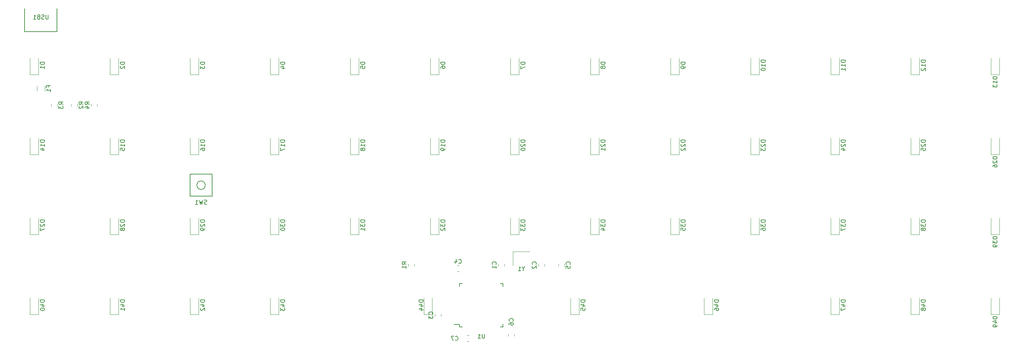
<source format=gbr>
G04 #@! TF.GenerationSoftware,KiCad,Pcbnew,(5.1.5)-3*
G04 #@! TF.CreationDate,2020-03-25T20:08:38+03:00*
G04 #@! TF.ProjectId,Bakers-dozen,42616b65-7273-42d6-946f-7a656e2e6b69,rev?*
G04 #@! TF.SameCoordinates,Original*
G04 #@! TF.FileFunction,Legend,Bot*
G04 #@! TF.FilePolarity,Positive*
%FSLAX46Y46*%
G04 Gerber Fmt 4.6, Leading zero omitted, Abs format (unit mm)*
G04 Created by KiCad (PCBNEW (5.1.5)-3) date 2020-03-25 20:08:38*
%MOMM*%
%LPD*%
G04 APERTURE LIST*
%ADD10C,0.120000*%
%ADD11C,0.150000*%
G04 APERTURE END LIST*
D10*
X160718750Y-114237500D02*
X164718750Y-114237500D01*
X160718750Y-117537500D02*
X160718750Y-114237500D01*
D11*
X44568750Y-56356250D02*
X44568750Y-61806250D01*
X52268750Y-56356250D02*
X52268750Y-61806250D01*
X44568750Y-61806250D02*
X52268750Y-61806250D01*
X148018750Y-131600000D02*
X146743750Y-131600000D01*
X158368750Y-132175000D02*
X157693750Y-132175000D01*
X158368750Y-121825000D02*
X157693750Y-121825000D01*
X148018750Y-121825000D02*
X148693750Y-121825000D01*
X148018750Y-132175000D02*
X148693750Y-132175000D01*
X148018750Y-121825000D02*
X148018750Y-122500000D01*
X158368750Y-121825000D02*
X158368750Y-122500000D01*
X158368750Y-132175000D02*
X158368750Y-131500000D01*
X148018750Y-132175000D02*
X148018750Y-131600000D01*
X89118750Y-95825000D02*
X83918750Y-95825000D01*
X83918750Y-95825000D02*
X83918750Y-101025000D01*
X83918750Y-101025000D02*
X89118750Y-101025000D01*
X89118750Y-101025000D02*
X89118750Y-95825000D01*
X87518750Y-98425000D02*
G75*
G03X87518750Y-98425000I-1000000J0D01*
G01*
D10*
X61828750Y-79116422D02*
X61828750Y-79633578D01*
X60408750Y-79116422D02*
X60408750Y-79633578D01*
X50883750Y-79633578D02*
X50883750Y-79116422D01*
X52303750Y-79633578D02*
X52303750Y-79116422D01*
X55646250Y-79633578D02*
X55646250Y-79116422D01*
X57066250Y-79633578D02*
X57066250Y-79116422D01*
X137235000Y-117216422D02*
X137235000Y-117733578D01*
X135815000Y-117216422D02*
X135815000Y-117733578D01*
X47508750Y-76008314D02*
X47508750Y-74804186D01*
X49328750Y-76008314D02*
X49328750Y-74804186D01*
X276431250Y-129250000D02*
X276431250Y-125350000D01*
X274431250Y-129250000D02*
X274431250Y-125350000D01*
X276431250Y-129250000D02*
X274431250Y-129250000D01*
X257381250Y-129250000D02*
X257381250Y-125350000D01*
X255381250Y-129250000D02*
X255381250Y-125350000D01*
X257381250Y-129250000D02*
X255381250Y-129250000D01*
X238331250Y-129250000D02*
X238331250Y-125350000D01*
X236331250Y-129250000D02*
X236331250Y-125350000D01*
X238331250Y-129250000D02*
X236331250Y-129250000D01*
X208168750Y-129250000D02*
X208168750Y-125350000D01*
X206168750Y-129250000D02*
X206168750Y-125350000D01*
X208168750Y-129250000D02*
X206168750Y-129250000D01*
X176418750Y-129250000D02*
X176418750Y-125350000D01*
X174418750Y-129250000D02*
X174418750Y-125350000D01*
X176418750Y-129250000D02*
X174418750Y-129250000D01*
X141493750Y-129250000D02*
X141493750Y-125350000D01*
X139493750Y-129250000D02*
X139493750Y-125350000D01*
X141493750Y-129250000D02*
X139493750Y-129250000D01*
X104981250Y-129250000D02*
X104981250Y-125350000D01*
X102981250Y-129250000D02*
X102981250Y-125350000D01*
X104981250Y-129250000D02*
X102981250Y-129250000D01*
X85931250Y-129250000D02*
X85931250Y-125350000D01*
X83931250Y-129250000D02*
X83931250Y-125350000D01*
X85931250Y-129250000D02*
X83931250Y-129250000D01*
X66881250Y-129250000D02*
X66881250Y-125350000D01*
X64881250Y-129250000D02*
X64881250Y-125350000D01*
X66881250Y-129250000D02*
X64881250Y-129250000D01*
X47831250Y-129250000D02*
X47831250Y-125350000D01*
X45831250Y-129250000D02*
X45831250Y-125350000D01*
X47831250Y-129250000D02*
X45831250Y-129250000D01*
X276431250Y-110200000D02*
X276431250Y-106300000D01*
X274431250Y-110200000D02*
X274431250Y-106300000D01*
X276431250Y-110200000D02*
X274431250Y-110200000D01*
X257381250Y-110200000D02*
X257381250Y-106300000D01*
X255381250Y-110200000D02*
X255381250Y-106300000D01*
X257381250Y-110200000D02*
X255381250Y-110200000D01*
X238331250Y-110200000D02*
X238331250Y-106300000D01*
X236331250Y-110200000D02*
X236331250Y-106300000D01*
X238331250Y-110200000D02*
X236331250Y-110200000D01*
X219281250Y-110200000D02*
X219281250Y-106300000D01*
X217281250Y-110200000D02*
X217281250Y-106300000D01*
X219281250Y-110200000D02*
X217281250Y-110200000D01*
X200231250Y-110200000D02*
X200231250Y-106300000D01*
X198231250Y-110200000D02*
X198231250Y-106300000D01*
X200231250Y-110200000D02*
X198231250Y-110200000D01*
X181181250Y-110200000D02*
X181181250Y-106300000D01*
X179181250Y-110200000D02*
X179181250Y-106300000D01*
X181181250Y-110200000D02*
X179181250Y-110200000D01*
X162131250Y-110200000D02*
X162131250Y-106300000D01*
X160131250Y-110200000D02*
X160131250Y-106300000D01*
X162131250Y-110200000D02*
X160131250Y-110200000D01*
X143081250Y-110200000D02*
X143081250Y-106300000D01*
X141081250Y-110200000D02*
X141081250Y-106300000D01*
X143081250Y-110200000D02*
X141081250Y-110200000D01*
X124031250Y-110200000D02*
X124031250Y-106300000D01*
X122031250Y-110200000D02*
X122031250Y-106300000D01*
X124031250Y-110200000D02*
X122031250Y-110200000D01*
X104981250Y-110200000D02*
X104981250Y-106300000D01*
X102981250Y-110200000D02*
X102981250Y-106300000D01*
X104981250Y-110200000D02*
X102981250Y-110200000D01*
X85931250Y-110200000D02*
X85931250Y-106300000D01*
X83931250Y-110200000D02*
X83931250Y-106300000D01*
X85931250Y-110200000D02*
X83931250Y-110200000D01*
X66881250Y-110200000D02*
X66881250Y-106300000D01*
X64881250Y-110200000D02*
X64881250Y-106300000D01*
X66881250Y-110200000D02*
X64881250Y-110200000D01*
X47831250Y-110200000D02*
X47831250Y-106300000D01*
X45831250Y-110200000D02*
X45831250Y-106300000D01*
X47831250Y-110200000D02*
X45831250Y-110200000D01*
X276431250Y-91150000D02*
X276431250Y-87250000D01*
X274431250Y-91150000D02*
X274431250Y-87250000D01*
X276431250Y-91150000D02*
X274431250Y-91150000D01*
X257381250Y-91150000D02*
X257381250Y-87250000D01*
X255381250Y-91150000D02*
X255381250Y-87250000D01*
X257381250Y-91150000D02*
X255381250Y-91150000D01*
X238331250Y-91150000D02*
X238331250Y-87250000D01*
X236331250Y-91150000D02*
X236331250Y-87250000D01*
X238331250Y-91150000D02*
X236331250Y-91150000D01*
X219281250Y-91150000D02*
X219281250Y-87250000D01*
X217281250Y-91150000D02*
X217281250Y-87250000D01*
X219281250Y-91150000D02*
X217281250Y-91150000D01*
X200231250Y-91150000D02*
X200231250Y-87250000D01*
X198231250Y-91150000D02*
X198231250Y-87250000D01*
X200231250Y-91150000D02*
X198231250Y-91150000D01*
X181181250Y-91150000D02*
X181181250Y-87250000D01*
X179181250Y-91150000D02*
X179181250Y-87250000D01*
X181181250Y-91150000D02*
X179181250Y-91150000D01*
X162131250Y-91150000D02*
X162131250Y-87250000D01*
X160131250Y-91150000D02*
X160131250Y-87250000D01*
X162131250Y-91150000D02*
X160131250Y-91150000D01*
X143081250Y-91150000D02*
X143081250Y-87250000D01*
X141081250Y-91150000D02*
X141081250Y-87250000D01*
X143081250Y-91150000D02*
X141081250Y-91150000D01*
X124031250Y-91150000D02*
X124031250Y-87250000D01*
X122031250Y-91150000D02*
X122031250Y-87250000D01*
X124031250Y-91150000D02*
X122031250Y-91150000D01*
X104981250Y-91150000D02*
X104981250Y-87250000D01*
X102981250Y-91150000D02*
X102981250Y-87250000D01*
X104981250Y-91150000D02*
X102981250Y-91150000D01*
X85931250Y-91150000D02*
X85931250Y-87250000D01*
X83931250Y-91150000D02*
X83931250Y-87250000D01*
X85931250Y-91150000D02*
X83931250Y-91150000D01*
X66881250Y-91150000D02*
X66881250Y-87250000D01*
X64881250Y-91150000D02*
X64881250Y-87250000D01*
X66881250Y-91150000D02*
X64881250Y-91150000D01*
X47831250Y-91150000D02*
X47831250Y-87250000D01*
X45831250Y-91150000D02*
X45831250Y-87250000D01*
X47831250Y-91150000D02*
X45831250Y-91150000D01*
X276431250Y-72100000D02*
X276431250Y-68200000D01*
X274431250Y-72100000D02*
X274431250Y-68200000D01*
X276431250Y-72100000D02*
X274431250Y-72100000D01*
X257381250Y-72100000D02*
X257381250Y-68200000D01*
X255381250Y-72100000D02*
X255381250Y-68200000D01*
X257381250Y-72100000D02*
X255381250Y-72100000D01*
X238331250Y-72100000D02*
X238331250Y-68200000D01*
X236331250Y-72100000D02*
X236331250Y-68200000D01*
X238331250Y-72100000D02*
X236331250Y-72100000D01*
X219281250Y-72100000D02*
X219281250Y-68200000D01*
X217281250Y-72100000D02*
X217281250Y-68200000D01*
X219281250Y-72100000D02*
X217281250Y-72100000D01*
X200231250Y-72100000D02*
X200231250Y-68200000D01*
X198231250Y-72100000D02*
X198231250Y-68200000D01*
X200231250Y-72100000D02*
X198231250Y-72100000D01*
X181181250Y-72100000D02*
X181181250Y-68200000D01*
X179181250Y-72100000D02*
X179181250Y-68200000D01*
X181181250Y-72100000D02*
X179181250Y-72100000D01*
X162131250Y-72100000D02*
X162131250Y-68200000D01*
X160131250Y-72100000D02*
X160131250Y-68200000D01*
X162131250Y-72100000D02*
X160131250Y-72100000D01*
X143081250Y-72100000D02*
X143081250Y-68200000D01*
X141081250Y-72100000D02*
X141081250Y-68200000D01*
X143081250Y-72100000D02*
X141081250Y-72100000D01*
X124031250Y-72100000D02*
X124031250Y-68200000D01*
X122031250Y-72100000D02*
X122031250Y-68200000D01*
X124031250Y-72100000D02*
X122031250Y-72100000D01*
X104981250Y-72100000D02*
X104981250Y-68200000D01*
X102981250Y-72100000D02*
X102981250Y-68200000D01*
X104981250Y-72100000D02*
X102981250Y-72100000D01*
X85931250Y-72100000D02*
X85931250Y-68200000D01*
X83931250Y-72100000D02*
X83931250Y-68200000D01*
X85931250Y-72100000D02*
X83931250Y-72100000D01*
X66881250Y-72100000D02*
X66881250Y-68200000D01*
X64881250Y-72100000D02*
X64881250Y-68200000D01*
X66881250Y-72100000D02*
X64881250Y-72100000D01*
X47831250Y-72100000D02*
X47831250Y-68200000D01*
X45831250Y-72100000D02*
X45831250Y-68200000D01*
X47831250Y-72100000D02*
X45831250Y-72100000D01*
X149757498Y-134227500D02*
X150280002Y-134227500D01*
X149757498Y-135647500D02*
X150280002Y-135647500D01*
X161047500Y-133882498D02*
X161047500Y-134405002D01*
X159627500Y-133882498D02*
X159627500Y-134405002D01*
X171533750Y-117736252D02*
X171533750Y-117213748D01*
X172953750Y-117736252D02*
X172953750Y-117213748D01*
X147898752Y-118978750D02*
X147376248Y-118978750D01*
X147898752Y-117558750D02*
X147376248Y-117558750D01*
X143585000Y-129119998D02*
X143585000Y-129642502D01*
X142165000Y-129119998D02*
X142165000Y-129642502D01*
X168191250Y-117213748D02*
X168191250Y-117736252D01*
X166771250Y-117213748D02*
X166771250Y-117736252D01*
X158666250Y-117213748D02*
X158666250Y-117736252D01*
X157246250Y-117213748D02*
X157246250Y-117736252D01*
D11*
X163194940Y-118313690D02*
X163194940Y-118789880D01*
X163528273Y-117789880D02*
X163194940Y-118313690D01*
X162861607Y-117789880D01*
X162004464Y-118789880D02*
X162575892Y-118789880D01*
X162290178Y-118789880D02*
X162290178Y-117789880D01*
X162385416Y-117932738D01*
X162480654Y-118027976D01*
X162575892Y-118075595D01*
X50156845Y-57840630D02*
X50156845Y-58650154D01*
X50109226Y-58745392D01*
X50061607Y-58793011D01*
X49966369Y-58840630D01*
X49775892Y-58840630D01*
X49680654Y-58793011D01*
X49633035Y-58745392D01*
X49585416Y-58650154D01*
X49585416Y-57840630D01*
X49156845Y-58793011D02*
X49013988Y-58840630D01*
X48775892Y-58840630D01*
X48680654Y-58793011D01*
X48633035Y-58745392D01*
X48585416Y-58650154D01*
X48585416Y-58554916D01*
X48633035Y-58459678D01*
X48680654Y-58412059D01*
X48775892Y-58364440D01*
X48966369Y-58316821D01*
X49061607Y-58269202D01*
X49109226Y-58221583D01*
X49156845Y-58126345D01*
X49156845Y-58031107D01*
X49109226Y-57935869D01*
X49061607Y-57888250D01*
X48966369Y-57840630D01*
X48728273Y-57840630D01*
X48585416Y-57888250D01*
X47823511Y-58316821D02*
X47680654Y-58364440D01*
X47633035Y-58412059D01*
X47585416Y-58507297D01*
X47585416Y-58650154D01*
X47633035Y-58745392D01*
X47680654Y-58793011D01*
X47775892Y-58840630D01*
X48156845Y-58840630D01*
X48156845Y-57840630D01*
X47823511Y-57840630D01*
X47728273Y-57888250D01*
X47680654Y-57935869D01*
X47633035Y-58031107D01*
X47633035Y-58126345D01*
X47680654Y-58221583D01*
X47728273Y-58269202D01*
X47823511Y-58316821D01*
X48156845Y-58316821D01*
X46633035Y-58840630D02*
X47204464Y-58840630D01*
X46918750Y-58840630D02*
X46918750Y-57840630D01*
X47013988Y-57983488D01*
X47109226Y-58078726D01*
X47204464Y-58126345D01*
X153955654Y-133902380D02*
X153955654Y-134711904D01*
X153908035Y-134807142D01*
X153860416Y-134854761D01*
X153765178Y-134902380D01*
X153574702Y-134902380D01*
X153479464Y-134854761D01*
X153431845Y-134807142D01*
X153384226Y-134711904D01*
X153384226Y-133902380D01*
X152384226Y-134902380D02*
X152955654Y-134902380D01*
X152669940Y-134902380D02*
X152669940Y-133902380D01*
X152765178Y-134045238D01*
X152860416Y-134140476D01*
X152955654Y-134188095D01*
X87852083Y-102893761D02*
X87709226Y-102941380D01*
X87471130Y-102941380D01*
X87375892Y-102893761D01*
X87328273Y-102846142D01*
X87280654Y-102750904D01*
X87280654Y-102655666D01*
X87328273Y-102560428D01*
X87375892Y-102512809D01*
X87471130Y-102465190D01*
X87661607Y-102417571D01*
X87756845Y-102369952D01*
X87804464Y-102322333D01*
X87852083Y-102227095D01*
X87852083Y-102131857D01*
X87804464Y-102036619D01*
X87756845Y-101989000D01*
X87661607Y-101941380D01*
X87423511Y-101941380D01*
X87280654Y-101989000D01*
X86947321Y-101941380D02*
X86709226Y-102941380D01*
X86518750Y-102227095D01*
X86328273Y-102941380D01*
X86090178Y-101941380D01*
X85185416Y-102941380D02*
X85756845Y-102941380D01*
X85471130Y-102941380D02*
X85471130Y-101941380D01*
X85566369Y-102084238D01*
X85661607Y-102179476D01*
X85756845Y-102227095D01*
X59921130Y-79208333D02*
X59444940Y-78875000D01*
X59921130Y-78636904D02*
X58921130Y-78636904D01*
X58921130Y-79017857D01*
X58968750Y-79113095D01*
X59016369Y-79160714D01*
X59111607Y-79208333D01*
X59254464Y-79208333D01*
X59349702Y-79160714D01*
X59397321Y-79113095D01*
X59444940Y-79017857D01*
X59444940Y-78636904D01*
X59254464Y-80065476D02*
X59921130Y-80065476D01*
X58873511Y-79827380D02*
X59587797Y-79589285D01*
X59587797Y-80208333D01*
X53696130Y-79208333D02*
X53219940Y-78875000D01*
X53696130Y-78636904D02*
X52696130Y-78636904D01*
X52696130Y-79017857D01*
X52743750Y-79113095D01*
X52791369Y-79160714D01*
X52886607Y-79208333D01*
X53029464Y-79208333D01*
X53124702Y-79160714D01*
X53172321Y-79113095D01*
X53219940Y-79017857D01*
X53219940Y-78636904D01*
X52696130Y-79541666D02*
X52696130Y-80160714D01*
X53077083Y-79827380D01*
X53077083Y-79970238D01*
X53124702Y-80065476D01*
X53172321Y-80113095D01*
X53267559Y-80160714D01*
X53505654Y-80160714D01*
X53600892Y-80113095D01*
X53648511Y-80065476D01*
X53696130Y-79970238D01*
X53696130Y-79684523D01*
X53648511Y-79589285D01*
X53600892Y-79541666D01*
X58458630Y-79208333D02*
X57982440Y-78875000D01*
X58458630Y-78636904D02*
X57458630Y-78636904D01*
X57458630Y-79017857D01*
X57506250Y-79113095D01*
X57553869Y-79160714D01*
X57649107Y-79208333D01*
X57791964Y-79208333D01*
X57887202Y-79160714D01*
X57934821Y-79113095D01*
X57982440Y-79017857D01*
X57982440Y-78636904D01*
X57553869Y-79589285D02*
X57506250Y-79636904D01*
X57458630Y-79732142D01*
X57458630Y-79970238D01*
X57506250Y-80065476D01*
X57553869Y-80113095D01*
X57649107Y-80160714D01*
X57744345Y-80160714D01*
X57887202Y-80113095D01*
X58458630Y-79541666D01*
X58458630Y-80160714D01*
X135327380Y-117308333D02*
X134851190Y-116975000D01*
X135327380Y-116736904D02*
X134327380Y-116736904D01*
X134327380Y-117117857D01*
X134375000Y-117213095D01*
X134422619Y-117260714D01*
X134517857Y-117308333D01*
X134660714Y-117308333D01*
X134755952Y-117260714D01*
X134803571Y-117213095D01*
X134851190Y-117117857D01*
X134851190Y-116736904D01*
X135327380Y-118260714D02*
X135327380Y-117689285D01*
X135327380Y-117975000D02*
X134327380Y-117975000D01*
X134470238Y-117879761D01*
X134565476Y-117784523D01*
X134613095Y-117689285D01*
X50167321Y-75072916D02*
X50167321Y-74739583D01*
X50691130Y-74739583D02*
X49691130Y-74739583D01*
X49691130Y-75215773D01*
X50691130Y-76120535D02*
X50691130Y-75549107D01*
X50691130Y-75834821D02*
X49691130Y-75834821D01*
X49833988Y-75739583D01*
X49929226Y-75644345D01*
X49976845Y-75549107D01*
X275883630Y-129754464D02*
X274883630Y-129754464D01*
X274883630Y-129992559D01*
X274931250Y-130135416D01*
X275026488Y-130230654D01*
X275121726Y-130278273D01*
X275312202Y-130325892D01*
X275455059Y-130325892D01*
X275645535Y-130278273D01*
X275740773Y-130230654D01*
X275836011Y-130135416D01*
X275883630Y-129992559D01*
X275883630Y-129754464D01*
X275216964Y-131183035D02*
X275883630Y-131183035D01*
X274836011Y-130944940D02*
X275550297Y-130706845D01*
X275550297Y-131325892D01*
X275883630Y-131754464D02*
X275883630Y-131944940D01*
X275836011Y-132040178D01*
X275788392Y-132087797D01*
X275645535Y-132183035D01*
X275455059Y-132230654D01*
X275074107Y-132230654D01*
X274978869Y-132183035D01*
X274931250Y-132135416D01*
X274883630Y-132040178D01*
X274883630Y-131849702D01*
X274931250Y-131754464D01*
X274978869Y-131706845D01*
X275074107Y-131659226D01*
X275312202Y-131659226D01*
X275407440Y-131706845D01*
X275455059Y-131754464D01*
X275502678Y-131849702D01*
X275502678Y-132040178D01*
X275455059Y-132135416D01*
X275407440Y-132183035D01*
X275312202Y-132230654D01*
X258833630Y-125785714D02*
X257833630Y-125785714D01*
X257833630Y-126023809D01*
X257881250Y-126166666D01*
X257976488Y-126261904D01*
X258071726Y-126309523D01*
X258262202Y-126357142D01*
X258405059Y-126357142D01*
X258595535Y-126309523D01*
X258690773Y-126261904D01*
X258786011Y-126166666D01*
X258833630Y-126023809D01*
X258833630Y-125785714D01*
X258166964Y-127214285D02*
X258833630Y-127214285D01*
X257786011Y-126976190D02*
X258500297Y-126738095D01*
X258500297Y-127357142D01*
X258262202Y-127880952D02*
X258214583Y-127785714D01*
X258166964Y-127738095D01*
X258071726Y-127690476D01*
X258024107Y-127690476D01*
X257928869Y-127738095D01*
X257881250Y-127785714D01*
X257833630Y-127880952D01*
X257833630Y-128071428D01*
X257881250Y-128166666D01*
X257928869Y-128214285D01*
X258024107Y-128261904D01*
X258071726Y-128261904D01*
X258166964Y-128214285D01*
X258214583Y-128166666D01*
X258262202Y-128071428D01*
X258262202Y-127880952D01*
X258309821Y-127785714D01*
X258357440Y-127738095D01*
X258452678Y-127690476D01*
X258643154Y-127690476D01*
X258738392Y-127738095D01*
X258786011Y-127785714D01*
X258833630Y-127880952D01*
X258833630Y-128071428D01*
X258786011Y-128166666D01*
X258738392Y-128214285D01*
X258643154Y-128261904D01*
X258452678Y-128261904D01*
X258357440Y-128214285D01*
X258309821Y-128166666D01*
X258262202Y-128071428D01*
X239783630Y-125785714D02*
X238783630Y-125785714D01*
X238783630Y-126023809D01*
X238831250Y-126166666D01*
X238926488Y-126261904D01*
X239021726Y-126309523D01*
X239212202Y-126357142D01*
X239355059Y-126357142D01*
X239545535Y-126309523D01*
X239640773Y-126261904D01*
X239736011Y-126166666D01*
X239783630Y-126023809D01*
X239783630Y-125785714D01*
X239116964Y-127214285D02*
X239783630Y-127214285D01*
X238736011Y-126976190D02*
X239450297Y-126738095D01*
X239450297Y-127357142D01*
X238783630Y-127642857D02*
X238783630Y-128309523D01*
X239783630Y-127880952D01*
X209621130Y-125785714D02*
X208621130Y-125785714D01*
X208621130Y-126023809D01*
X208668750Y-126166666D01*
X208763988Y-126261904D01*
X208859226Y-126309523D01*
X209049702Y-126357142D01*
X209192559Y-126357142D01*
X209383035Y-126309523D01*
X209478273Y-126261904D01*
X209573511Y-126166666D01*
X209621130Y-126023809D01*
X209621130Y-125785714D01*
X208954464Y-127214285D02*
X209621130Y-127214285D01*
X208573511Y-126976190D02*
X209287797Y-126738095D01*
X209287797Y-127357142D01*
X208621130Y-128166666D02*
X208621130Y-127976190D01*
X208668750Y-127880952D01*
X208716369Y-127833333D01*
X208859226Y-127738095D01*
X209049702Y-127690476D01*
X209430654Y-127690476D01*
X209525892Y-127738095D01*
X209573511Y-127785714D01*
X209621130Y-127880952D01*
X209621130Y-128071428D01*
X209573511Y-128166666D01*
X209525892Y-128214285D01*
X209430654Y-128261904D01*
X209192559Y-128261904D01*
X209097321Y-128214285D01*
X209049702Y-128166666D01*
X209002083Y-128071428D01*
X209002083Y-127880952D01*
X209049702Y-127785714D01*
X209097321Y-127738095D01*
X209192559Y-127690476D01*
X177871130Y-125785714D02*
X176871130Y-125785714D01*
X176871130Y-126023809D01*
X176918750Y-126166666D01*
X177013988Y-126261904D01*
X177109226Y-126309523D01*
X177299702Y-126357142D01*
X177442559Y-126357142D01*
X177633035Y-126309523D01*
X177728273Y-126261904D01*
X177823511Y-126166666D01*
X177871130Y-126023809D01*
X177871130Y-125785714D01*
X177204464Y-127214285D02*
X177871130Y-127214285D01*
X176823511Y-126976190D02*
X177537797Y-126738095D01*
X177537797Y-127357142D01*
X176871130Y-128214285D02*
X176871130Y-127738095D01*
X177347321Y-127690476D01*
X177299702Y-127738095D01*
X177252083Y-127833333D01*
X177252083Y-128071428D01*
X177299702Y-128166666D01*
X177347321Y-128214285D01*
X177442559Y-128261904D01*
X177680654Y-128261904D01*
X177775892Y-128214285D01*
X177823511Y-128166666D01*
X177871130Y-128071428D01*
X177871130Y-127833333D01*
X177823511Y-127738095D01*
X177775892Y-127690476D01*
X139358630Y-125785714D02*
X138358630Y-125785714D01*
X138358630Y-126023809D01*
X138406250Y-126166666D01*
X138501488Y-126261904D01*
X138596726Y-126309523D01*
X138787202Y-126357142D01*
X138930059Y-126357142D01*
X139120535Y-126309523D01*
X139215773Y-126261904D01*
X139311011Y-126166666D01*
X139358630Y-126023809D01*
X139358630Y-125785714D01*
X138691964Y-127214285D02*
X139358630Y-127214285D01*
X138311011Y-126976190D02*
X139025297Y-126738095D01*
X139025297Y-127357142D01*
X138691964Y-128166666D02*
X139358630Y-128166666D01*
X138311011Y-127928571D02*
X139025297Y-127690476D01*
X139025297Y-128309523D01*
X106433630Y-125785714D02*
X105433630Y-125785714D01*
X105433630Y-126023809D01*
X105481250Y-126166666D01*
X105576488Y-126261904D01*
X105671726Y-126309523D01*
X105862202Y-126357142D01*
X106005059Y-126357142D01*
X106195535Y-126309523D01*
X106290773Y-126261904D01*
X106386011Y-126166666D01*
X106433630Y-126023809D01*
X106433630Y-125785714D01*
X105766964Y-127214285D02*
X106433630Y-127214285D01*
X105386011Y-126976190D02*
X106100297Y-126738095D01*
X106100297Y-127357142D01*
X105433630Y-127642857D02*
X105433630Y-128261904D01*
X105814583Y-127928571D01*
X105814583Y-128071428D01*
X105862202Y-128166666D01*
X105909821Y-128214285D01*
X106005059Y-128261904D01*
X106243154Y-128261904D01*
X106338392Y-128214285D01*
X106386011Y-128166666D01*
X106433630Y-128071428D01*
X106433630Y-127785714D01*
X106386011Y-127690476D01*
X106338392Y-127642857D01*
X87383630Y-125785714D02*
X86383630Y-125785714D01*
X86383630Y-126023809D01*
X86431250Y-126166666D01*
X86526488Y-126261904D01*
X86621726Y-126309523D01*
X86812202Y-126357142D01*
X86955059Y-126357142D01*
X87145535Y-126309523D01*
X87240773Y-126261904D01*
X87336011Y-126166666D01*
X87383630Y-126023809D01*
X87383630Y-125785714D01*
X86716964Y-127214285D02*
X87383630Y-127214285D01*
X86336011Y-126976190D02*
X87050297Y-126738095D01*
X87050297Y-127357142D01*
X86478869Y-127690476D02*
X86431250Y-127738095D01*
X86383630Y-127833333D01*
X86383630Y-128071428D01*
X86431250Y-128166666D01*
X86478869Y-128214285D01*
X86574107Y-128261904D01*
X86669345Y-128261904D01*
X86812202Y-128214285D01*
X87383630Y-127642857D01*
X87383630Y-128261904D01*
X68333630Y-125785714D02*
X67333630Y-125785714D01*
X67333630Y-126023809D01*
X67381250Y-126166666D01*
X67476488Y-126261904D01*
X67571726Y-126309523D01*
X67762202Y-126357142D01*
X67905059Y-126357142D01*
X68095535Y-126309523D01*
X68190773Y-126261904D01*
X68286011Y-126166666D01*
X68333630Y-126023809D01*
X68333630Y-125785714D01*
X67666964Y-127214285D02*
X68333630Y-127214285D01*
X67286011Y-126976190D02*
X68000297Y-126738095D01*
X68000297Y-127357142D01*
X68333630Y-128261904D02*
X68333630Y-127690476D01*
X68333630Y-127976190D02*
X67333630Y-127976190D01*
X67476488Y-127880952D01*
X67571726Y-127785714D01*
X67619345Y-127690476D01*
X49283630Y-125785714D02*
X48283630Y-125785714D01*
X48283630Y-126023809D01*
X48331250Y-126166666D01*
X48426488Y-126261904D01*
X48521726Y-126309523D01*
X48712202Y-126357142D01*
X48855059Y-126357142D01*
X49045535Y-126309523D01*
X49140773Y-126261904D01*
X49236011Y-126166666D01*
X49283630Y-126023809D01*
X49283630Y-125785714D01*
X48616964Y-127214285D02*
X49283630Y-127214285D01*
X48236011Y-126976190D02*
X48950297Y-126738095D01*
X48950297Y-127357142D01*
X48283630Y-127928571D02*
X48283630Y-128023809D01*
X48331250Y-128119047D01*
X48378869Y-128166666D01*
X48474107Y-128214285D01*
X48664583Y-128261904D01*
X48902678Y-128261904D01*
X49093154Y-128214285D01*
X49188392Y-128166666D01*
X49236011Y-128119047D01*
X49283630Y-128023809D01*
X49283630Y-127928571D01*
X49236011Y-127833333D01*
X49188392Y-127785714D01*
X49093154Y-127738095D01*
X48902678Y-127690476D01*
X48664583Y-127690476D01*
X48474107Y-127738095D01*
X48378869Y-127785714D01*
X48331250Y-127833333D01*
X48283630Y-127928571D01*
X275883630Y-110704464D02*
X274883630Y-110704464D01*
X274883630Y-110942559D01*
X274931250Y-111085416D01*
X275026488Y-111180654D01*
X275121726Y-111228273D01*
X275312202Y-111275892D01*
X275455059Y-111275892D01*
X275645535Y-111228273D01*
X275740773Y-111180654D01*
X275836011Y-111085416D01*
X275883630Y-110942559D01*
X275883630Y-110704464D01*
X274883630Y-111609226D02*
X274883630Y-112228273D01*
X275264583Y-111894940D01*
X275264583Y-112037797D01*
X275312202Y-112133035D01*
X275359821Y-112180654D01*
X275455059Y-112228273D01*
X275693154Y-112228273D01*
X275788392Y-112180654D01*
X275836011Y-112133035D01*
X275883630Y-112037797D01*
X275883630Y-111752083D01*
X275836011Y-111656845D01*
X275788392Y-111609226D01*
X275883630Y-112704464D02*
X275883630Y-112894940D01*
X275836011Y-112990178D01*
X275788392Y-113037797D01*
X275645535Y-113133035D01*
X275455059Y-113180654D01*
X275074107Y-113180654D01*
X274978869Y-113133035D01*
X274931250Y-113085416D01*
X274883630Y-112990178D01*
X274883630Y-112799702D01*
X274931250Y-112704464D01*
X274978869Y-112656845D01*
X275074107Y-112609226D01*
X275312202Y-112609226D01*
X275407440Y-112656845D01*
X275455059Y-112704464D01*
X275502678Y-112799702D01*
X275502678Y-112990178D01*
X275455059Y-113085416D01*
X275407440Y-113133035D01*
X275312202Y-113180654D01*
X258833630Y-106735714D02*
X257833630Y-106735714D01*
X257833630Y-106973809D01*
X257881250Y-107116666D01*
X257976488Y-107211904D01*
X258071726Y-107259523D01*
X258262202Y-107307142D01*
X258405059Y-107307142D01*
X258595535Y-107259523D01*
X258690773Y-107211904D01*
X258786011Y-107116666D01*
X258833630Y-106973809D01*
X258833630Y-106735714D01*
X257833630Y-107640476D02*
X257833630Y-108259523D01*
X258214583Y-107926190D01*
X258214583Y-108069047D01*
X258262202Y-108164285D01*
X258309821Y-108211904D01*
X258405059Y-108259523D01*
X258643154Y-108259523D01*
X258738392Y-108211904D01*
X258786011Y-108164285D01*
X258833630Y-108069047D01*
X258833630Y-107783333D01*
X258786011Y-107688095D01*
X258738392Y-107640476D01*
X258262202Y-108830952D02*
X258214583Y-108735714D01*
X258166964Y-108688095D01*
X258071726Y-108640476D01*
X258024107Y-108640476D01*
X257928869Y-108688095D01*
X257881250Y-108735714D01*
X257833630Y-108830952D01*
X257833630Y-109021428D01*
X257881250Y-109116666D01*
X257928869Y-109164285D01*
X258024107Y-109211904D01*
X258071726Y-109211904D01*
X258166964Y-109164285D01*
X258214583Y-109116666D01*
X258262202Y-109021428D01*
X258262202Y-108830952D01*
X258309821Y-108735714D01*
X258357440Y-108688095D01*
X258452678Y-108640476D01*
X258643154Y-108640476D01*
X258738392Y-108688095D01*
X258786011Y-108735714D01*
X258833630Y-108830952D01*
X258833630Y-109021428D01*
X258786011Y-109116666D01*
X258738392Y-109164285D01*
X258643154Y-109211904D01*
X258452678Y-109211904D01*
X258357440Y-109164285D01*
X258309821Y-109116666D01*
X258262202Y-109021428D01*
X239783630Y-106735714D02*
X238783630Y-106735714D01*
X238783630Y-106973809D01*
X238831250Y-107116666D01*
X238926488Y-107211904D01*
X239021726Y-107259523D01*
X239212202Y-107307142D01*
X239355059Y-107307142D01*
X239545535Y-107259523D01*
X239640773Y-107211904D01*
X239736011Y-107116666D01*
X239783630Y-106973809D01*
X239783630Y-106735714D01*
X238783630Y-107640476D02*
X238783630Y-108259523D01*
X239164583Y-107926190D01*
X239164583Y-108069047D01*
X239212202Y-108164285D01*
X239259821Y-108211904D01*
X239355059Y-108259523D01*
X239593154Y-108259523D01*
X239688392Y-108211904D01*
X239736011Y-108164285D01*
X239783630Y-108069047D01*
X239783630Y-107783333D01*
X239736011Y-107688095D01*
X239688392Y-107640476D01*
X238783630Y-108592857D02*
X238783630Y-109259523D01*
X239783630Y-108830952D01*
X220733630Y-106735714D02*
X219733630Y-106735714D01*
X219733630Y-106973809D01*
X219781250Y-107116666D01*
X219876488Y-107211904D01*
X219971726Y-107259523D01*
X220162202Y-107307142D01*
X220305059Y-107307142D01*
X220495535Y-107259523D01*
X220590773Y-107211904D01*
X220686011Y-107116666D01*
X220733630Y-106973809D01*
X220733630Y-106735714D01*
X219733630Y-107640476D02*
X219733630Y-108259523D01*
X220114583Y-107926190D01*
X220114583Y-108069047D01*
X220162202Y-108164285D01*
X220209821Y-108211904D01*
X220305059Y-108259523D01*
X220543154Y-108259523D01*
X220638392Y-108211904D01*
X220686011Y-108164285D01*
X220733630Y-108069047D01*
X220733630Y-107783333D01*
X220686011Y-107688095D01*
X220638392Y-107640476D01*
X219733630Y-109116666D02*
X219733630Y-108926190D01*
X219781250Y-108830952D01*
X219828869Y-108783333D01*
X219971726Y-108688095D01*
X220162202Y-108640476D01*
X220543154Y-108640476D01*
X220638392Y-108688095D01*
X220686011Y-108735714D01*
X220733630Y-108830952D01*
X220733630Y-109021428D01*
X220686011Y-109116666D01*
X220638392Y-109164285D01*
X220543154Y-109211904D01*
X220305059Y-109211904D01*
X220209821Y-109164285D01*
X220162202Y-109116666D01*
X220114583Y-109021428D01*
X220114583Y-108830952D01*
X220162202Y-108735714D01*
X220209821Y-108688095D01*
X220305059Y-108640476D01*
X201683630Y-106735714D02*
X200683630Y-106735714D01*
X200683630Y-106973809D01*
X200731250Y-107116666D01*
X200826488Y-107211904D01*
X200921726Y-107259523D01*
X201112202Y-107307142D01*
X201255059Y-107307142D01*
X201445535Y-107259523D01*
X201540773Y-107211904D01*
X201636011Y-107116666D01*
X201683630Y-106973809D01*
X201683630Y-106735714D01*
X200683630Y-107640476D02*
X200683630Y-108259523D01*
X201064583Y-107926190D01*
X201064583Y-108069047D01*
X201112202Y-108164285D01*
X201159821Y-108211904D01*
X201255059Y-108259523D01*
X201493154Y-108259523D01*
X201588392Y-108211904D01*
X201636011Y-108164285D01*
X201683630Y-108069047D01*
X201683630Y-107783333D01*
X201636011Y-107688095D01*
X201588392Y-107640476D01*
X200683630Y-109164285D02*
X200683630Y-108688095D01*
X201159821Y-108640476D01*
X201112202Y-108688095D01*
X201064583Y-108783333D01*
X201064583Y-109021428D01*
X201112202Y-109116666D01*
X201159821Y-109164285D01*
X201255059Y-109211904D01*
X201493154Y-109211904D01*
X201588392Y-109164285D01*
X201636011Y-109116666D01*
X201683630Y-109021428D01*
X201683630Y-108783333D01*
X201636011Y-108688095D01*
X201588392Y-108640476D01*
X182633630Y-106735714D02*
X181633630Y-106735714D01*
X181633630Y-106973809D01*
X181681250Y-107116666D01*
X181776488Y-107211904D01*
X181871726Y-107259523D01*
X182062202Y-107307142D01*
X182205059Y-107307142D01*
X182395535Y-107259523D01*
X182490773Y-107211904D01*
X182586011Y-107116666D01*
X182633630Y-106973809D01*
X182633630Y-106735714D01*
X181633630Y-107640476D02*
X181633630Y-108259523D01*
X182014583Y-107926190D01*
X182014583Y-108069047D01*
X182062202Y-108164285D01*
X182109821Y-108211904D01*
X182205059Y-108259523D01*
X182443154Y-108259523D01*
X182538392Y-108211904D01*
X182586011Y-108164285D01*
X182633630Y-108069047D01*
X182633630Y-107783333D01*
X182586011Y-107688095D01*
X182538392Y-107640476D01*
X181966964Y-109116666D02*
X182633630Y-109116666D01*
X181586011Y-108878571D02*
X182300297Y-108640476D01*
X182300297Y-109259523D01*
X163583630Y-106735714D02*
X162583630Y-106735714D01*
X162583630Y-106973809D01*
X162631250Y-107116666D01*
X162726488Y-107211904D01*
X162821726Y-107259523D01*
X163012202Y-107307142D01*
X163155059Y-107307142D01*
X163345535Y-107259523D01*
X163440773Y-107211904D01*
X163536011Y-107116666D01*
X163583630Y-106973809D01*
X163583630Y-106735714D01*
X162583630Y-107640476D02*
X162583630Y-108259523D01*
X162964583Y-107926190D01*
X162964583Y-108069047D01*
X163012202Y-108164285D01*
X163059821Y-108211904D01*
X163155059Y-108259523D01*
X163393154Y-108259523D01*
X163488392Y-108211904D01*
X163536011Y-108164285D01*
X163583630Y-108069047D01*
X163583630Y-107783333D01*
X163536011Y-107688095D01*
X163488392Y-107640476D01*
X162583630Y-108592857D02*
X162583630Y-109211904D01*
X162964583Y-108878571D01*
X162964583Y-109021428D01*
X163012202Y-109116666D01*
X163059821Y-109164285D01*
X163155059Y-109211904D01*
X163393154Y-109211904D01*
X163488392Y-109164285D01*
X163536011Y-109116666D01*
X163583630Y-109021428D01*
X163583630Y-108735714D01*
X163536011Y-108640476D01*
X163488392Y-108592857D01*
X144533630Y-106735714D02*
X143533630Y-106735714D01*
X143533630Y-106973809D01*
X143581250Y-107116666D01*
X143676488Y-107211904D01*
X143771726Y-107259523D01*
X143962202Y-107307142D01*
X144105059Y-107307142D01*
X144295535Y-107259523D01*
X144390773Y-107211904D01*
X144486011Y-107116666D01*
X144533630Y-106973809D01*
X144533630Y-106735714D01*
X143533630Y-107640476D02*
X143533630Y-108259523D01*
X143914583Y-107926190D01*
X143914583Y-108069047D01*
X143962202Y-108164285D01*
X144009821Y-108211904D01*
X144105059Y-108259523D01*
X144343154Y-108259523D01*
X144438392Y-108211904D01*
X144486011Y-108164285D01*
X144533630Y-108069047D01*
X144533630Y-107783333D01*
X144486011Y-107688095D01*
X144438392Y-107640476D01*
X143628869Y-108640476D02*
X143581250Y-108688095D01*
X143533630Y-108783333D01*
X143533630Y-109021428D01*
X143581250Y-109116666D01*
X143628869Y-109164285D01*
X143724107Y-109211904D01*
X143819345Y-109211904D01*
X143962202Y-109164285D01*
X144533630Y-108592857D01*
X144533630Y-109211904D01*
X125483630Y-106735714D02*
X124483630Y-106735714D01*
X124483630Y-106973809D01*
X124531250Y-107116666D01*
X124626488Y-107211904D01*
X124721726Y-107259523D01*
X124912202Y-107307142D01*
X125055059Y-107307142D01*
X125245535Y-107259523D01*
X125340773Y-107211904D01*
X125436011Y-107116666D01*
X125483630Y-106973809D01*
X125483630Y-106735714D01*
X124483630Y-107640476D02*
X124483630Y-108259523D01*
X124864583Y-107926190D01*
X124864583Y-108069047D01*
X124912202Y-108164285D01*
X124959821Y-108211904D01*
X125055059Y-108259523D01*
X125293154Y-108259523D01*
X125388392Y-108211904D01*
X125436011Y-108164285D01*
X125483630Y-108069047D01*
X125483630Y-107783333D01*
X125436011Y-107688095D01*
X125388392Y-107640476D01*
X125483630Y-109211904D02*
X125483630Y-108640476D01*
X125483630Y-108926190D02*
X124483630Y-108926190D01*
X124626488Y-108830952D01*
X124721726Y-108735714D01*
X124769345Y-108640476D01*
X106433630Y-106735714D02*
X105433630Y-106735714D01*
X105433630Y-106973809D01*
X105481250Y-107116666D01*
X105576488Y-107211904D01*
X105671726Y-107259523D01*
X105862202Y-107307142D01*
X106005059Y-107307142D01*
X106195535Y-107259523D01*
X106290773Y-107211904D01*
X106386011Y-107116666D01*
X106433630Y-106973809D01*
X106433630Y-106735714D01*
X105433630Y-107640476D02*
X105433630Y-108259523D01*
X105814583Y-107926190D01*
X105814583Y-108069047D01*
X105862202Y-108164285D01*
X105909821Y-108211904D01*
X106005059Y-108259523D01*
X106243154Y-108259523D01*
X106338392Y-108211904D01*
X106386011Y-108164285D01*
X106433630Y-108069047D01*
X106433630Y-107783333D01*
X106386011Y-107688095D01*
X106338392Y-107640476D01*
X105433630Y-108878571D02*
X105433630Y-108973809D01*
X105481250Y-109069047D01*
X105528869Y-109116666D01*
X105624107Y-109164285D01*
X105814583Y-109211904D01*
X106052678Y-109211904D01*
X106243154Y-109164285D01*
X106338392Y-109116666D01*
X106386011Y-109069047D01*
X106433630Y-108973809D01*
X106433630Y-108878571D01*
X106386011Y-108783333D01*
X106338392Y-108735714D01*
X106243154Y-108688095D01*
X106052678Y-108640476D01*
X105814583Y-108640476D01*
X105624107Y-108688095D01*
X105528869Y-108735714D01*
X105481250Y-108783333D01*
X105433630Y-108878571D01*
X87383630Y-106735714D02*
X86383630Y-106735714D01*
X86383630Y-106973809D01*
X86431250Y-107116666D01*
X86526488Y-107211904D01*
X86621726Y-107259523D01*
X86812202Y-107307142D01*
X86955059Y-107307142D01*
X87145535Y-107259523D01*
X87240773Y-107211904D01*
X87336011Y-107116666D01*
X87383630Y-106973809D01*
X87383630Y-106735714D01*
X86478869Y-107688095D02*
X86431250Y-107735714D01*
X86383630Y-107830952D01*
X86383630Y-108069047D01*
X86431250Y-108164285D01*
X86478869Y-108211904D01*
X86574107Y-108259523D01*
X86669345Y-108259523D01*
X86812202Y-108211904D01*
X87383630Y-107640476D01*
X87383630Y-108259523D01*
X87383630Y-108735714D02*
X87383630Y-108926190D01*
X87336011Y-109021428D01*
X87288392Y-109069047D01*
X87145535Y-109164285D01*
X86955059Y-109211904D01*
X86574107Y-109211904D01*
X86478869Y-109164285D01*
X86431250Y-109116666D01*
X86383630Y-109021428D01*
X86383630Y-108830952D01*
X86431250Y-108735714D01*
X86478869Y-108688095D01*
X86574107Y-108640476D01*
X86812202Y-108640476D01*
X86907440Y-108688095D01*
X86955059Y-108735714D01*
X87002678Y-108830952D01*
X87002678Y-109021428D01*
X86955059Y-109116666D01*
X86907440Y-109164285D01*
X86812202Y-109211904D01*
X68333630Y-106735714D02*
X67333630Y-106735714D01*
X67333630Y-106973809D01*
X67381250Y-107116666D01*
X67476488Y-107211904D01*
X67571726Y-107259523D01*
X67762202Y-107307142D01*
X67905059Y-107307142D01*
X68095535Y-107259523D01*
X68190773Y-107211904D01*
X68286011Y-107116666D01*
X68333630Y-106973809D01*
X68333630Y-106735714D01*
X67428869Y-107688095D02*
X67381250Y-107735714D01*
X67333630Y-107830952D01*
X67333630Y-108069047D01*
X67381250Y-108164285D01*
X67428869Y-108211904D01*
X67524107Y-108259523D01*
X67619345Y-108259523D01*
X67762202Y-108211904D01*
X68333630Y-107640476D01*
X68333630Y-108259523D01*
X67762202Y-108830952D02*
X67714583Y-108735714D01*
X67666964Y-108688095D01*
X67571726Y-108640476D01*
X67524107Y-108640476D01*
X67428869Y-108688095D01*
X67381250Y-108735714D01*
X67333630Y-108830952D01*
X67333630Y-109021428D01*
X67381250Y-109116666D01*
X67428869Y-109164285D01*
X67524107Y-109211904D01*
X67571726Y-109211904D01*
X67666964Y-109164285D01*
X67714583Y-109116666D01*
X67762202Y-109021428D01*
X67762202Y-108830952D01*
X67809821Y-108735714D01*
X67857440Y-108688095D01*
X67952678Y-108640476D01*
X68143154Y-108640476D01*
X68238392Y-108688095D01*
X68286011Y-108735714D01*
X68333630Y-108830952D01*
X68333630Y-109021428D01*
X68286011Y-109116666D01*
X68238392Y-109164285D01*
X68143154Y-109211904D01*
X67952678Y-109211904D01*
X67857440Y-109164285D01*
X67809821Y-109116666D01*
X67762202Y-109021428D01*
X49283630Y-106735714D02*
X48283630Y-106735714D01*
X48283630Y-106973809D01*
X48331250Y-107116666D01*
X48426488Y-107211904D01*
X48521726Y-107259523D01*
X48712202Y-107307142D01*
X48855059Y-107307142D01*
X49045535Y-107259523D01*
X49140773Y-107211904D01*
X49236011Y-107116666D01*
X49283630Y-106973809D01*
X49283630Y-106735714D01*
X48378869Y-107688095D02*
X48331250Y-107735714D01*
X48283630Y-107830952D01*
X48283630Y-108069047D01*
X48331250Y-108164285D01*
X48378869Y-108211904D01*
X48474107Y-108259523D01*
X48569345Y-108259523D01*
X48712202Y-108211904D01*
X49283630Y-107640476D01*
X49283630Y-108259523D01*
X48283630Y-108592857D02*
X48283630Y-109259523D01*
X49283630Y-108830952D01*
X275883630Y-91654464D02*
X274883630Y-91654464D01*
X274883630Y-91892559D01*
X274931250Y-92035416D01*
X275026488Y-92130654D01*
X275121726Y-92178273D01*
X275312202Y-92225892D01*
X275455059Y-92225892D01*
X275645535Y-92178273D01*
X275740773Y-92130654D01*
X275836011Y-92035416D01*
X275883630Y-91892559D01*
X275883630Y-91654464D01*
X274978869Y-92606845D02*
X274931250Y-92654464D01*
X274883630Y-92749702D01*
X274883630Y-92987797D01*
X274931250Y-93083035D01*
X274978869Y-93130654D01*
X275074107Y-93178273D01*
X275169345Y-93178273D01*
X275312202Y-93130654D01*
X275883630Y-92559226D01*
X275883630Y-93178273D01*
X274883630Y-94035416D02*
X274883630Y-93844940D01*
X274931250Y-93749702D01*
X274978869Y-93702083D01*
X275121726Y-93606845D01*
X275312202Y-93559226D01*
X275693154Y-93559226D01*
X275788392Y-93606845D01*
X275836011Y-93654464D01*
X275883630Y-93749702D01*
X275883630Y-93940178D01*
X275836011Y-94035416D01*
X275788392Y-94083035D01*
X275693154Y-94130654D01*
X275455059Y-94130654D01*
X275359821Y-94083035D01*
X275312202Y-94035416D01*
X275264583Y-93940178D01*
X275264583Y-93749702D01*
X275312202Y-93654464D01*
X275359821Y-93606845D01*
X275455059Y-93559226D01*
X258833630Y-87685714D02*
X257833630Y-87685714D01*
X257833630Y-87923809D01*
X257881250Y-88066666D01*
X257976488Y-88161904D01*
X258071726Y-88209523D01*
X258262202Y-88257142D01*
X258405059Y-88257142D01*
X258595535Y-88209523D01*
X258690773Y-88161904D01*
X258786011Y-88066666D01*
X258833630Y-87923809D01*
X258833630Y-87685714D01*
X257928869Y-88638095D02*
X257881250Y-88685714D01*
X257833630Y-88780952D01*
X257833630Y-89019047D01*
X257881250Y-89114285D01*
X257928869Y-89161904D01*
X258024107Y-89209523D01*
X258119345Y-89209523D01*
X258262202Y-89161904D01*
X258833630Y-88590476D01*
X258833630Y-89209523D01*
X257833630Y-90114285D02*
X257833630Y-89638095D01*
X258309821Y-89590476D01*
X258262202Y-89638095D01*
X258214583Y-89733333D01*
X258214583Y-89971428D01*
X258262202Y-90066666D01*
X258309821Y-90114285D01*
X258405059Y-90161904D01*
X258643154Y-90161904D01*
X258738392Y-90114285D01*
X258786011Y-90066666D01*
X258833630Y-89971428D01*
X258833630Y-89733333D01*
X258786011Y-89638095D01*
X258738392Y-89590476D01*
X239783630Y-87685714D02*
X238783630Y-87685714D01*
X238783630Y-87923809D01*
X238831250Y-88066666D01*
X238926488Y-88161904D01*
X239021726Y-88209523D01*
X239212202Y-88257142D01*
X239355059Y-88257142D01*
X239545535Y-88209523D01*
X239640773Y-88161904D01*
X239736011Y-88066666D01*
X239783630Y-87923809D01*
X239783630Y-87685714D01*
X238878869Y-88638095D02*
X238831250Y-88685714D01*
X238783630Y-88780952D01*
X238783630Y-89019047D01*
X238831250Y-89114285D01*
X238878869Y-89161904D01*
X238974107Y-89209523D01*
X239069345Y-89209523D01*
X239212202Y-89161904D01*
X239783630Y-88590476D01*
X239783630Y-89209523D01*
X239116964Y-90066666D02*
X239783630Y-90066666D01*
X238736011Y-89828571D02*
X239450297Y-89590476D01*
X239450297Y-90209523D01*
X220733630Y-87685714D02*
X219733630Y-87685714D01*
X219733630Y-87923809D01*
X219781250Y-88066666D01*
X219876488Y-88161904D01*
X219971726Y-88209523D01*
X220162202Y-88257142D01*
X220305059Y-88257142D01*
X220495535Y-88209523D01*
X220590773Y-88161904D01*
X220686011Y-88066666D01*
X220733630Y-87923809D01*
X220733630Y-87685714D01*
X219828869Y-88638095D02*
X219781250Y-88685714D01*
X219733630Y-88780952D01*
X219733630Y-89019047D01*
X219781250Y-89114285D01*
X219828869Y-89161904D01*
X219924107Y-89209523D01*
X220019345Y-89209523D01*
X220162202Y-89161904D01*
X220733630Y-88590476D01*
X220733630Y-89209523D01*
X219733630Y-89542857D02*
X219733630Y-90161904D01*
X220114583Y-89828571D01*
X220114583Y-89971428D01*
X220162202Y-90066666D01*
X220209821Y-90114285D01*
X220305059Y-90161904D01*
X220543154Y-90161904D01*
X220638392Y-90114285D01*
X220686011Y-90066666D01*
X220733630Y-89971428D01*
X220733630Y-89685714D01*
X220686011Y-89590476D01*
X220638392Y-89542857D01*
X201683630Y-87685714D02*
X200683630Y-87685714D01*
X200683630Y-87923809D01*
X200731250Y-88066666D01*
X200826488Y-88161904D01*
X200921726Y-88209523D01*
X201112202Y-88257142D01*
X201255059Y-88257142D01*
X201445535Y-88209523D01*
X201540773Y-88161904D01*
X201636011Y-88066666D01*
X201683630Y-87923809D01*
X201683630Y-87685714D01*
X200778869Y-88638095D02*
X200731250Y-88685714D01*
X200683630Y-88780952D01*
X200683630Y-89019047D01*
X200731250Y-89114285D01*
X200778869Y-89161904D01*
X200874107Y-89209523D01*
X200969345Y-89209523D01*
X201112202Y-89161904D01*
X201683630Y-88590476D01*
X201683630Y-89209523D01*
X200778869Y-89590476D02*
X200731250Y-89638095D01*
X200683630Y-89733333D01*
X200683630Y-89971428D01*
X200731250Y-90066666D01*
X200778869Y-90114285D01*
X200874107Y-90161904D01*
X200969345Y-90161904D01*
X201112202Y-90114285D01*
X201683630Y-89542857D01*
X201683630Y-90161904D01*
X182633630Y-87685714D02*
X181633630Y-87685714D01*
X181633630Y-87923809D01*
X181681250Y-88066666D01*
X181776488Y-88161904D01*
X181871726Y-88209523D01*
X182062202Y-88257142D01*
X182205059Y-88257142D01*
X182395535Y-88209523D01*
X182490773Y-88161904D01*
X182586011Y-88066666D01*
X182633630Y-87923809D01*
X182633630Y-87685714D01*
X181728869Y-88638095D02*
X181681250Y-88685714D01*
X181633630Y-88780952D01*
X181633630Y-89019047D01*
X181681250Y-89114285D01*
X181728869Y-89161904D01*
X181824107Y-89209523D01*
X181919345Y-89209523D01*
X182062202Y-89161904D01*
X182633630Y-88590476D01*
X182633630Y-89209523D01*
X182633630Y-90161904D02*
X182633630Y-89590476D01*
X182633630Y-89876190D02*
X181633630Y-89876190D01*
X181776488Y-89780952D01*
X181871726Y-89685714D01*
X181919345Y-89590476D01*
X163583630Y-87685714D02*
X162583630Y-87685714D01*
X162583630Y-87923809D01*
X162631250Y-88066666D01*
X162726488Y-88161904D01*
X162821726Y-88209523D01*
X163012202Y-88257142D01*
X163155059Y-88257142D01*
X163345535Y-88209523D01*
X163440773Y-88161904D01*
X163536011Y-88066666D01*
X163583630Y-87923809D01*
X163583630Y-87685714D01*
X162678869Y-88638095D02*
X162631250Y-88685714D01*
X162583630Y-88780952D01*
X162583630Y-89019047D01*
X162631250Y-89114285D01*
X162678869Y-89161904D01*
X162774107Y-89209523D01*
X162869345Y-89209523D01*
X163012202Y-89161904D01*
X163583630Y-88590476D01*
X163583630Y-89209523D01*
X162583630Y-89828571D02*
X162583630Y-89923809D01*
X162631250Y-90019047D01*
X162678869Y-90066666D01*
X162774107Y-90114285D01*
X162964583Y-90161904D01*
X163202678Y-90161904D01*
X163393154Y-90114285D01*
X163488392Y-90066666D01*
X163536011Y-90019047D01*
X163583630Y-89923809D01*
X163583630Y-89828571D01*
X163536011Y-89733333D01*
X163488392Y-89685714D01*
X163393154Y-89638095D01*
X163202678Y-89590476D01*
X162964583Y-89590476D01*
X162774107Y-89638095D01*
X162678869Y-89685714D01*
X162631250Y-89733333D01*
X162583630Y-89828571D01*
X144533630Y-87685714D02*
X143533630Y-87685714D01*
X143533630Y-87923809D01*
X143581250Y-88066666D01*
X143676488Y-88161904D01*
X143771726Y-88209523D01*
X143962202Y-88257142D01*
X144105059Y-88257142D01*
X144295535Y-88209523D01*
X144390773Y-88161904D01*
X144486011Y-88066666D01*
X144533630Y-87923809D01*
X144533630Y-87685714D01*
X144533630Y-89209523D02*
X144533630Y-88638095D01*
X144533630Y-88923809D02*
X143533630Y-88923809D01*
X143676488Y-88828571D01*
X143771726Y-88733333D01*
X143819345Y-88638095D01*
X144533630Y-89685714D02*
X144533630Y-89876190D01*
X144486011Y-89971428D01*
X144438392Y-90019047D01*
X144295535Y-90114285D01*
X144105059Y-90161904D01*
X143724107Y-90161904D01*
X143628869Y-90114285D01*
X143581250Y-90066666D01*
X143533630Y-89971428D01*
X143533630Y-89780952D01*
X143581250Y-89685714D01*
X143628869Y-89638095D01*
X143724107Y-89590476D01*
X143962202Y-89590476D01*
X144057440Y-89638095D01*
X144105059Y-89685714D01*
X144152678Y-89780952D01*
X144152678Y-89971428D01*
X144105059Y-90066666D01*
X144057440Y-90114285D01*
X143962202Y-90161904D01*
X125483630Y-87685714D02*
X124483630Y-87685714D01*
X124483630Y-87923809D01*
X124531250Y-88066666D01*
X124626488Y-88161904D01*
X124721726Y-88209523D01*
X124912202Y-88257142D01*
X125055059Y-88257142D01*
X125245535Y-88209523D01*
X125340773Y-88161904D01*
X125436011Y-88066666D01*
X125483630Y-87923809D01*
X125483630Y-87685714D01*
X125483630Y-89209523D02*
X125483630Y-88638095D01*
X125483630Y-88923809D02*
X124483630Y-88923809D01*
X124626488Y-88828571D01*
X124721726Y-88733333D01*
X124769345Y-88638095D01*
X124912202Y-89780952D02*
X124864583Y-89685714D01*
X124816964Y-89638095D01*
X124721726Y-89590476D01*
X124674107Y-89590476D01*
X124578869Y-89638095D01*
X124531250Y-89685714D01*
X124483630Y-89780952D01*
X124483630Y-89971428D01*
X124531250Y-90066666D01*
X124578869Y-90114285D01*
X124674107Y-90161904D01*
X124721726Y-90161904D01*
X124816964Y-90114285D01*
X124864583Y-90066666D01*
X124912202Y-89971428D01*
X124912202Y-89780952D01*
X124959821Y-89685714D01*
X125007440Y-89638095D01*
X125102678Y-89590476D01*
X125293154Y-89590476D01*
X125388392Y-89638095D01*
X125436011Y-89685714D01*
X125483630Y-89780952D01*
X125483630Y-89971428D01*
X125436011Y-90066666D01*
X125388392Y-90114285D01*
X125293154Y-90161904D01*
X125102678Y-90161904D01*
X125007440Y-90114285D01*
X124959821Y-90066666D01*
X124912202Y-89971428D01*
X106433630Y-87685714D02*
X105433630Y-87685714D01*
X105433630Y-87923809D01*
X105481250Y-88066666D01*
X105576488Y-88161904D01*
X105671726Y-88209523D01*
X105862202Y-88257142D01*
X106005059Y-88257142D01*
X106195535Y-88209523D01*
X106290773Y-88161904D01*
X106386011Y-88066666D01*
X106433630Y-87923809D01*
X106433630Y-87685714D01*
X106433630Y-89209523D02*
X106433630Y-88638095D01*
X106433630Y-88923809D02*
X105433630Y-88923809D01*
X105576488Y-88828571D01*
X105671726Y-88733333D01*
X105719345Y-88638095D01*
X105433630Y-89542857D02*
X105433630Y-90209523D01*
X106433630Y-89780952D01*
X87383630Y-87685714D02*
X86383630Y-87685714D01*
X86383630Y-87923809D01*
X86431250Y-88066666D01*
X86526488Y-88161904D01*
X86621726Y-88209523D01*
X86812202Y-88257142D01*
X86955059Y-88257142D01*
X87145535Y-88209523D01*
X87240773Y-88161904D01*
X87336011Y-88066666D01*
X87383630Y-87923809D01*
X87383630Y-87685714D01*
X87383630Y-89209523D02*
X87383630Y-88638095D01*
X87383630Y-88923809D02*
X86383630Y-88923809D01*
X86526488Y-88828571D01*
X86621726Y-88733333D01*
X86669345Y-88638095D01*
X86383630Y-90066666D02*
X86383630Y-89876190D01*
X86431250Y-89780952D01*
X86478869Y-89733333D01*
X86621726Y-89638095D01*
X86812202Y-89590476D01*
X87193154Y-89590476D01*
X87288392Y-89638095D01*
X87336011Y-89685714D01*
X87383630Y-89780952D01*
X87383630Y-89971428D01*
X87336011Y-90066666D01*
X87288392Y-90114285D01*
X87193154Y-90161904D01*
X86955059Y-90161904D01*
X86859821Y-90114285D01*
X86812202Y-90066666D01*
X86764583Y-89971428D01*
X86764583Y-89780952D01*
X86812202Y-89685714D01*
X86859821Y-89638095D01*
X86955059Y-89590476D01*
X68333630Y-87685714D02*
X67333630Y-87685714D01*
X67333630Y-87923809D01*
X67381250Y-88066666D01*
X67476488Y-88161904D01*
X67571726Y-88209523D01*
X67762202Y-88257142D01*
X67905059Y-88257142D01*
X68095535Y-88209523D01*
X68190773Y-88161904D01*
X68286011Y-88066666D01*
X68333630Y-87923809D01*
X68333630Y-87685714D01*
X68333630Y-89209523D02*
X68333630Y-88638095D01*
X68333630Y-88923809D02*
X67333630Y-88923809D01*
X67476488Y-88828571D01*
X67571726Y-88733333D01*
X67619345Y-88638095D01*
X67333630Y-90114285D02*
X67333630Y-89638095D01*
X67809821Y-89590476D01*
X67762202Y-89638095D01*
X67714583Y-89733333D01*
X67714583Y-89971428D01*
X67762202Y-90066666D01*
X67809821Y-90114285D01*
X67905059Y-90161904D01*
X68143154Y-90161904D01*
X68238392Y-90114285D01*
X68286011Y-90066666D01*
X68333630Y-89971428D01*
X68333630Y-89733333D01*
X68286011Y-89638095D01*
X68238392Y-89590476D01*
X49283630Y-87685714D02*
X48283630Y-87685714D01*
X48283630Y-87923809D01*
X48331250Y-88066666D01*
X48426488Y-88161904D01*
X48521726Y-88209523D01*
X48712202Y-88257142D01*
X48855059Y-88257142D01*
X49045535Y-88209523D01*
X49140773Y-88161904D01*
X49236011Y-88066666D01*
X49283630Y-87923809D01*
X49283630Y-87685714D01*
X49283630Y-89209523D02*
X49283630Y-88638095D01*
X49283630Y-88923809D02*
X48283630Y-88923809D01*
X48426488Y-88828571D01*
X48521726Y-88733333D01*
X48569345Y-88638095D01*
X48616964Y-90066666D02*
X49283630Y-90066666D01*
X48236011Y-89828571D02*
X48950297Y-89590476D01*
X48950297Y-90209523D01*
X275883630Y-72604464D02*
X274883630Y-72604464D01*
X274883630Y-72842559D01*
X274931250Y-72985416D01*
X275026488Y-73080654D01*
X275121726Y-73128273D01*
X275312202Y-73175892D01*
X275455059Y-73175892D01*
X275645535Y-73128273D01*
X275740773Y-73080654D01*
X275836011Y-72985416D01*
X275883630Y-72842559D01*
X275883630Y-72604464D01*
X275883630Y-74128273D02*
X275883630Y-73556845D01*
X275883630Y-73842559D02*
X274883630Y-73842559D01*
X275026488Y-73747321D01*
X275121726Y-73652083D01*
X275169345Y-73556845D01*
X274883630Y-74461607D02*
X274883630Y-75080654D01*
X275264583Y-74747321D01*
X275264583Y-74890178D01*
X275312202Y-74985416D01*
X275359821Y-75033035D01*
X275455059Y-75080654D01*
X275693154Y-75080654D01*
X275788392Y-75033035D01*
X275836011Y-74985416D01*
X275883630Y-74890178D01*
X275883630Y-74604464D01*
X275836011Y-74509226D01*
X275788392Y-74461607D01*
X258833630Y-68635714D02*
X257833630Y-68635714D01*
X257833630Y-68873809D01*
X257881250Y-69016666D01*
X257976488Y-69111904D01*
X258071726Y-69159523D01*
X258262202Y-69207142D01*
X258405059Y-69207142D01*
X258595535Y-69159523D01*
X258690773Y-69111904D01*
X258786011Y-69016666D01*
X258833630Y-68873809D01*
X258833630Y-68635714D01*
X258833630Y-70159523D02*
X258833630Y-69588095D01*
X258833630Y-69873809D02*
X257833630Y-69873809D01*
X257976488Y-69778571D01*
X258071726Y-69683333D01*
X258119345Y-69588095D01*
X257928869Y-70540476D02*
X257881250Y-70588095D01*
X257833630Y-70683333D01*
X257833630Y-70921428D01*
X257881250Y-71016666D01*
X257928869Y-71064285D01*
X258024107Y-71111904D01*
X258119345Y-71111904D01*
X258262202Y-71064285D01*
X258833630Y-70492857D01*
X258833630Y-71111904D01*
X239783630Y-68635714D02*
X238783630Y-68635714D01*
X238783630Y-68873809D01*
X238831250Y-69016666D01*
X238926488Y-69111904D01*
X239021726Y-69159523D01*
X239212202Y-69207142D01*
X239355059Y-69207142D01*
X239545535Y-69159523D01*
X239640773Y-69111904D01*
X239736011Y-69016666D01*
X239783630Y-68873809D01*
X239783630Y-68635714D01*
X239783630Y-70159523D02*
X239783630Y-69588095D01*
X239783630Y-69873809D02*
X238783630Y-69873809D01*
X238926488Y-69778571D01*
X239021726Y-69683333D01*
X239069345Y-69588095D01*
X239783630Y-71111904D02*
X239783630Y-70540476D01*
X239783630Y-70826190D02*
X238783630Y-70826190D01*
X238926488Y-70730952D01*
X239021726Y-70635714D01*
X239069345Y-70540476D01*
X220733630Y-68635714D02*
X219733630Y-68635714D01*
X219733630Y-68873809D01*
X219781250Y-69016666D01*
X219876488Y-69111904D01*
X219971726Y-69159523D01*
X220162202Y-69207142D01*
X220305059Y-69207142D01*
X220495535Y-69159523D01*
X220590773Y-69111904D01*
X220686011Y-69016666D01*
X220733630Y-68873809D01*
X220733630Y-68635714D01*
X220733630Y-70159523D02*
X220733630Y-69588095D01*
X220733630Y-69873809D02*
X219733630Y-69873809D01*
X219876488Y-69778571D01*
X219971726Y-69683333D01*
X220019345Y-69588095D01*
X219733630Y-70778571D02*
X219733630Y-70873809D01*
X219781250Y-70969047D01*
X219828869Y-71016666D01*
X219924107Y-71064285D01*
X220114583Y-71111904D01*
X220352678Y-71111904D01*
X220543154Y-71064285D01*
X220638392Y-71016666D01*
X220686011Y-70969047D01*
X220733630Y-70873809D01*
X220733630Y-70778571D01*
X220686011Y-70683333D01*
X220638392Y-70635714D01*
X220543154Y-70588095D01*
X220352678Y-70540476D01*
X220114583Y-70540476D01*
X219924107Y-70588095D01*
X219828869Y-70635714D01*
X219781250Y-70683333D01*
X219733630Y-70778571D01*
X201683630Y-69111904D02*
X200683630Y-69111904D01*
X200683630Y-69350000D01*
X200731250Y-69492857D01*
X200826488Y-69588095D01*
X200921726Y-69635714D01*
X201112202Y-69683333D01*
X201255059Y-69683333D01*
X201445535Y-69635714D01*
X201540773Y-69588095D01*
X201636011Y-69492857D01*
X201683630Y-69350000D01*
X201683630Y-69111904D01*
X201683630Y-70159523D02*
X201683630Y-70350000D01*
X201636011Y-70445238D01*
X201588392Y-70492857D01*
X201445535Y-70588095D01*
X201255059Y-70635714D01*
X200874107Y-70635714D01*
X200778869Y-70588095D01*
X200731250Y-70540476D01*
X200683630Y-70445238D01*
X200683630Y-70254761D01*
X200731250Y-70159523D01*
X200778869Y-70111904D01*
X200874107Y-70064285D01*
X201112202Y-70064285D01*
X201207440Y-70111904D01*
X201255059Y-70159523D01*
X201302678Y-70254761D01*
X201302678Y-70445238D01*
X201255059Y-70540476D01*
X201207440Y-70588095D01*
X201112202Y-70635714D01*
X182633630Y-69111904D02*
X181633630Y-69111904D01*
X181633630Y-69350000D01*
X181681250Y-69492857D01*
X181776488Y-69588095D01*
X181871726Y-69635714D01*
X182062202Y-69683333D01*
X182205059Y-69683333D01*
X182395535Y-69635714D01*
X182490773Y-69588095D01*
X182586011Y-69492857D01*
X182633630Y-69350000D01*
X182633630Y-69111904D01*
X182062202Y-70254761D02*
X182014583Y-70159523D01*
X181966964Y-70111904D01*
X181871726Y-70064285D01*
X181824107Y-70064285D01*
X181728869Y-70111904D01*
X181681250Y-70159523D01*
X181633630Y-70254761D01*
X181633630Y-70445238D01*
X181681250Y-70540476D01*
X181728869Y-70588095D01*
X181824107Y-70635714D01*
X181871726Y-70635714D01*
X181966964Y-70588095D01*
X182014583Y-70540476D01*
X182062202Y-70445238D01*
X182062202Y-70254761D01*
X182109821Y-70159523D01*
X182157440Y-70111904D01*
X182252678Y-70064285D01*
X182443154Y-70064285D01*
X182538392Y-70111904D01*
X182586011Y-70159523D01*
X182633630Y-70254761D01*
X182633630Y-70445238D01*
X182586011Y-70540476D01*
X182538392Y-70588095D01*
X182443154Y-70635714D01*
X182252678Y-70635714D01*
X182157440Y-70588095D01*
X182109821Y-70540476D01*
X182062202Y-70445238D01*
X163583630Y-69111904D02*
X162583630Y-69111904D01*
X162583630Y-69350000D01*
X162631250Y-69492857D01*
X162726488Y-69588095D01*
X162821726Y-69635714D01*
X163012202Y-69683333D01*
X163155059Y-69683333D01*
X163345535Y-69635714D01*
X163440773Y-69588095D01*
X163536011Y-69492857D01*
X163583630Y-69350000D01*
X163583630Y-69111904D01*
X162583630Y-70016666D02*
X162583630Y-70683333D01*
X163583630Y-70254761D01*
X144533630Y-69111904D02*
X143533630Y-69111904D01*
X143533630Y-69350000D01*
X143581250Y-69492857D01*
X143676488Y-69588095D01*
X143771726Y-69635714D01*
X143962202Y-69683333D01*
X144105059Y-69683333D01*
X144295535Y-69635714D01*
X144390773Y-69588095D01*
X144486011Y-69492857D01*
X144533630Y-69350000D01*
X144533630Y-69111904D01*
X143533630Y-70540476D02*
X143533630Y-70350000D01*
X143581250Y-70254761D01*
X143628869Y-70207142D01*
X143771726Y-70111904D01*
X143962202Y-70064285D01*
X144343154Y-70064285D01*
X144438392Y-70111904D01*
X144486011Y-70159523D01*
X144533630Y-70254761D01*
X144533630Y-70445238D01*
X144486011Y-70540476D01*
X144438392Y-70588095D01*
X144343154Y-70635714D01*
X144105059Y-70635714D01*
X144009821Y-70588095D01*
X143962202Y-70540476D01*
X143914583Y-70445238D01*
X143914583Y-70254761D01*
X143962202Y-70159523D01*
X144009821Y-70111904D01*
X144105059Y-70064285D01*
X125483630Y-69111904D02*
X124483630Y-69111904D01*
X124483630Y-69350000D01*
X124531250Y-69492857D01*
X124626488Y-69588095D01*
X124721726Y-69635714D01*
X124912202Y-69683333D01*
X125055059Y-69683333D01*
X125245535Y-69635714D01*
X125340773Y-69588095D01*
X125436011Y-69492857D01*
X125483630Y-69350000D01*
X125483630Y-69111904D01*
X124483630Y-70588095D02*
X124483630Y-70111904D01*
X124959821Y-70064285D01*
X124912202Y-70111904D01*
X124864583Y-70207142D01*
X124864583Y-70445238D01*
X124912202Y-70540476D01*
X124959821Y-70588095D01*
X125055059Y-70635714D01*
X125293154Y-70635714D01*
X125388392Y-70588095D01*
X125436011Y-70540476D01*
X125483630Y-70445238D01*
X125483630Y-70207142D01*
X125436011Y-70111904D01*
X125388392Y-70064285D01*
X106433630Y-69111904D02*
X105433630Y-69111904D01*
X105433630Y-69350000D01*
X105481250Y-69492857D01*
X105576488Y-69588095D01*
X105671726Y-69635714D01*
X105862202Y-69683333D01*
X106005059Y-69683333D01*
X106195535Y-69635714D01*
X106290773Y-69588095D01*
X106386011Y-69492857D01*
X106433630Y-69350000D01*
X106433630Y-69111904D01*
X105766964Y-70540476D02*
X106433630Y-70540476D01*
X105386011Y-70302380D02*
X106100297Y-70064285D01*
X106100297Y-70683333D01*
X87383630Y-69111904D02*
X86383630Y-69111904D01*
X86383630Y-69350000D01*
X86431250Y-69492857D01*
X86526488Y-69588095D01*
X86621726Y-69635714D01*
X86812202Y-69683333D01*
X86955059Y-69683333D01*
X87145535Y-69635714D01*
X87240773Y-69588095D01*
X87336011Y-69492857D01*
X87383630Y-69350000D01*
X87383630Y-69111904D01*
X86383630Y-70016666D02*
X86383630Y-70635714D01*
X86764583Y-70302380D01*
X86764583Y-70445238D01*
X86812202Y-70540476D01*
X86859821Y-70588095D01*
X86955059Y-70635714D01*
X87193154Y-70635714D01*
X87288392Y-70588095D01*
X87336011Y-70540476D01*
X87383630Y-70445238D01*
X87383630Y-70159523D01*
X87336011Y-70064285D01*
X87288392Y-70016666D01*
X68333630Y-69111904D02*
X67333630Y-69111904D01*
X67333630Y-69350000D01*
X67381250Y-69492857D01*
X67476488Y-69588095D01*
X67571726Y-69635714D01*
X67762202Y-69683333D01*
X67905059Y-69683333D01*
X68095535Y-69635714D01*
X68190773Y-69588095D01*
X68286011Y-69492857D01*
X68333630Y-69350000D01*
X68333630Y-69111904D01*
X67428869Y-70064285D02*
X67381250Y-70111904D01*
X67333630Y-70207142D01*
X67333630Y-70445238D01*
X67381250Y-70540476D01*
X67428869Y-70588095D01*
X67524107Y-70635714D01*
X67619345Y-70635714D01*
X67762202Y-70588095D01*
X68333630Y-70016666D01*
X68333630Y-70635714D01*
X49283630Y-69111904D02*
X48283630Y-69111904D01*
X48283630Y-69350000D01*
X48331250Y-69492857D01*
X48426488Y-69588095D01*
X48521726Y-69635714D01*
X48712202Y-69683333D01*
X48855059Y-69683333D01*
X49045535Y-69635714D01*
X49140773Y-69588095D01*
X49236011Y-69492857D01*
X49283630Y-69350000D01*
X49283630Y-69111904D01*
X49283630Y-70635714D02*
X49283630Y-70064285D01*
X49283630Y-70350000D02*
X48283630Y-70350000D01*
X48426488Y-70254761D01*
X48521726Y-70159523D01*
X48569345Y-70064285D01*
X147010416Y-135294642D02*
X147058035Y-135342261D01*
X147200892Y-135389880D01*
X147296130Y-135389880D01*
X147438988Y-135342261D01*
X147534226Y-135247023D01*
X147581845Y-135151785D01*
X147629464Y-134961309D01*
X147629464Y-134818452D01*
X147581845Y-134627976D01*
X147534226Y-134532738D01*
X147438988Y-134437500D01*
X147296130Y-134389880D01*
X147200892Y-134389880D01*
X147058035Y-134437500D01*
X147010416Y-134485119D01*
X146677083Y-134389880D02*
X146010416Y-134389880D01*
X146438988Y-135389880D01*
X160694642Y-130802083D02*
X160742261Y-130754464D01*
X160789880Y-130611607D01*
X160789880Y-130516369D01*
X160742261Y-130373511D01*
X160647023Y-130278273D01*
X160551785Y-130230654D01*
X160361309Y-130183035D01*
X160218452Y-130183035D01*
X160027976Y-130230654D01*
X159932738Y-130278273D01*
X159837500Y-130373511D01*
X159789880Y-130516369D01*
X159789880Y-130611607D01*
X159837500Y-130754464D01*
X159885119Y-130802083D01*
X159789880Y-131659226D02*
X159789880Y-131468750D01*
X159837500Y-131373511D01*
X159885119Y-131325892D01*
X160027976Y-131230654D01*
X160218452Y-131183035D01*
X160599404Y-131183035D01*
X160694642Y-131230654D01*
X160742261Y-131278273D01*
X160789880Y-131373511D01*
X160789880Y-131563988D01*
X160742261Y-131659226D01*
X160694642Y-131706845D01*
X160599404Y-131754464D01*
X160361309Y-131754464D01*
X160266071Y-131706845D01*
X160218452Y-131659226D01*
X160170833Y-131563988D01*
X160170833Y-131373511D01*
X160218452Y-131278273D01*
X160266071Y-131230654D01*
X160361309Y-131183035D01*
X174250892Y-117308333D02*
X174298511Y-117260714D01*
X174346130Y-117117857D01*
X174346130Y-117022619D01*
X174298511Y-116879761D01*
X174203273Y-116784523D01*
X174108035Y-116736904D01*
X173917559Y-116689285D01*
X173774702Y-116689285D01*
X173584226Y-116736904D01*
X173488988Y-116784523D01*
X173393750Y-116879761D01*
X173346130Y-117022619D01*
X173346130Y-117117857D01*
X173393750Y-117260714D01*
X173441369Y-117308333D01*
X173346130Y-118213095D02*
X173346130Y-117736904D01*
X173822321Y-117689285D01*
X173774702Y-117736904D01*
X173727083Y-117832142D01*
X173727083Y-118070238D01*
X173774702Y-118165476D01*
X173822321Y-118213095D01*
X173917559Y-118260714D01*
X174155654Y-118260714D01*
X174250892Y-118213095D01*
X174298511Y-118165476D01*
X174346130Y-118070238D01*
X174346130Y-117832142D01*
X174298511Y-117736904D01*
X174250892Y-117689285D01*
X147804166Y-116975892D02*
X147851785Y-117023511D01*
X147994642Y-117071130D01*
X148089880Y-117071130D01*
X148232738Y-117023511D01*
X148327976Y-116928273D01*
X148375595Y-116833035D01*
X148423214Y-116642559D01*
X148423214Y-116499702D01*
X148375595Y-116309226D01*
X148327976Y-116213988D01*
X148232738Y-116118750D01*
X148089880Y-116071130D01*
X147994642Y-116071130D01*
X147851785Y-116118750D01*
X147804166Y-116166369D01*
X146947023Y-116404464D02*
X146947023Y-117071130D01*
X147185119Y-116023511D02*
X147423214Y-116737797D01*
X146804166Y-116737797D01*
X141582142Y-129214583D02*
X141629761Y-129166964D01*
X141677380Y-129024107D01*
X141677380Y-128928869D01*
X141629761Y-128786011D01*
X141534523Y-128690773D01*
X141439285Y-128643154D01*
X141248809Y-128595535D01*
X141105952Y-128595535D01*
X140915476Y-128643154D01*
X140820238Y-128690773D01*
X140725000Y-128786011D01*
X140677380Y-128928869D01*
X140677380Y-129024107D01*
X140725000Y-129166964D01*
X140772619Y-129214583D01*
X140677380Y-129547916D02*
X140677380Y-130166964D01*
X141058333Y-129833630D01*
X141058333Y-129976488D01*
X141105952Y-130071726D01*
X141153571Y-130119345D01*
X141248809Y-130166964D01*
X141486904Y-130166964D01*
X141582142Y-130119345D01*
X141629761Y-130071726D01*
X141677380Y-129976488D01*
X141677380Y-129690773D01*
X141629761Y-129595535D01*
X141582142Y-129547916D01*
X166188392Y-117308333D02*
X166236011Y-117260714D01*
X166283630Y-117117857D01*
X166283630Y-117022619D01*
X166236011Y-116879761D01*
X166140773Y-116784523D01*
X166045535Y-116736904D01*
X165855059Y-116689285D01*
X165712202Y-116689285D01*
X165521726Y-116736904D01*
X165426488Y-116784523D01*
X165331250Y-116879761D01*
X165283630Y-117022619D01*
X165283630Y-117117857D01*
X165331250Y-117260714D01*
X165378869Y-117308333D01*
X165378869Y-117689285D02*
X165331250Y-117736904D01*
X165283630Y-117832142D01*
X165283630Y-118070238D01*
X165331250Y-118165476D01*
X165378869Y-118213095D01*
X165474107Y-118260714D01*
X165569345Y-118260714D01*
X165712202Y-118213095D01*
X166283630Y-117641666D01*
X166283630Y-118260714D01*
X156663392Y-117308333D02*
X156711011Y-117260714D01*
X156758630Y-117117857D01*
X156758630Y-117022619D01*
X156711011Y-116879761D01*
X156615773Y-116784523D01*
X156520535Y-116736904D01*
X156330059Y-116689285D01*
X156187202Y-116689285D01*
X155996726Y-116736904D01*
X155901488Y-116784523D01*
X155806250Y-116879761D01*
X155758630Y-117022619D01*
X155758630Y-117117857D01*
X155806250Y-117260714D01*
X155853869Y-117308333D01*
X156758630Y-118260714D02*
X156758630Y-117689285D01*
X156758630Y-117975000D02*
X155758630Y-117975000D01*
X155901488Y-117879761D01*
X155996726Y-117784523D01*
X156044345Y-117689285D01*
M02*

</source>
